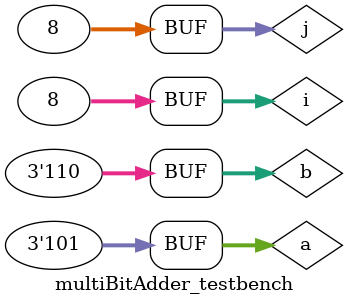
<source format=sv>
`timescale 1ns/10ps

module multiBitAdder #(parameter WIDTH = 64) (sum, a, b);
		output logic [WIDTH-1:0] sum;
		input logic [WIDTH-1:0] a, b;
		logic [WIDTH-1:0] cout, cin;
		
		fullAdder fA0 (.sum(sum[0]), .cout(cout[0]), .a(a[0]), .b(b[0]), .cin(0));
		
		genvar i;
		
		generate
			for(i=1; i< WIDTH; i++) begin : eachBit
				fullAdder fA (.sum(sum[i]), .cout(cout[i]), .a(a[i]), .b(b[i]), .cin(cout[i-1]));
			end
		endgenerate
endmodule

module multiBitAdder_testbench ();
		parameter WIDTH = 3;
		
		logic [WIDTH-1:0] sum, a, b;
		
		multiBitAdder #(.WIDTH(WIDTH)) dut (.sum, .a, .b);
		
		integer i, j;
		
		initial begin
				for (i=0; i<2**WIDTH; i++) begin
					for (j=0; j<2**WIDTH; j++) begin
						a[WIDTH-1:0] = i; b[WIDTH-1:0] = j;	#10;
					end
				end
				
				a = 5; b = -2; #10;
		end
endmodule
</source>
